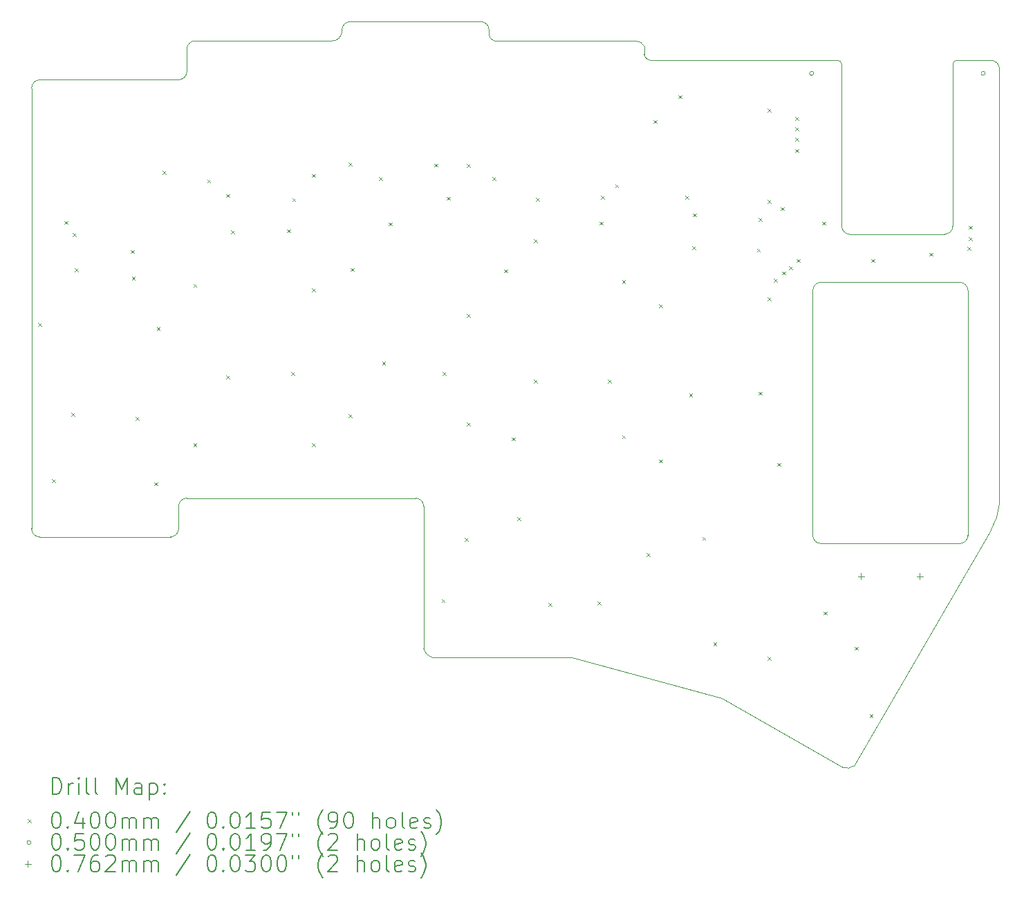
<source format=gbr>
%TF.GenerationSoftware,KiCad,Pcbnew,8.0.5*%
%TF.CreationDate,2024-10-10T02:33:34+03:00*%
%TF.ProjectId,1_3S,315f3353-2e6b-4696-9361-645f70636258,rev?*%
%TF.SameCoordinates,Original*%
%TF.FileFunction,Drillmap*%
%TF.FilePolarity,Positive*%
%FSLAX45Y45*%
G04 Gerber Fmt 4.5, Leading zero omitted, Abs format (unit mm)*
G04 Created by KiCad (PCBNEW 8.0.5) date 2024-10-10 02:33:34*
%MOMM*%
%LPD*%
G01*
G04 APERTURE LIST*
%ADD10C,0.120000*%
%ADD11C,0.200000*%
%ADD12C,0.100000*%
G04 APERTURE END LIST*
D10*
X21196300Y-5561605D02*
X20780000Y-5561605D01*
X11350000Y-5424098D02*
G75*
G02*
X11450000Y-5324100I100000J-2D01*
G01*
X21196301Y-5561598D02*
G75*
G02*
X21300004Y-5661598I-1J-103772D01*
G01*
X11250000Y-11298385D02*
G75*
G02*
X11150000Y-11398380I-99990J-5D01*
G01*
X11150000Y-11398385D02*
X9548000Y-11399098D01*
X17050805Y-5561893D02*
G75*
G02*
X16949997Y-5490001I-10505J91893D01*
G01*
X17898000Y-13370097D02*
X16060000Y-12874097D01*
X14150000Y-10924099D02*
G75*
G02*
X14250001Y-11024099I0J-100001D01*
G01*
X13250000Y-5191125D02*
G75*
G02*
X13350000Y-5087885I100180J3015D01*
G01*
X21300000Y-5661598D02*
X21300000Y-10998200D01*
X15164850Y-5325889D02*
X16850000Y-5325889D01*
X19520000Y-14201651D02*
G75*
G02*
X19379998Y-14220004I-84530J101651D01*
G01*
X14250000Y-12770000D02*
X14250000Y-11024099D01*
X19380000Y-14220000D02*
X17898000Y-13370097D01*
X16850000Y-5325889D02*
G75*
G02*
X16950002Y-5389999I3620J-104401D01*
G01*
X11450000Y-5324098D02*
X13116350Y-5324748D01*
X17050805Y-5561893D02*
X19320000Y-5561605D01*
X9448000Y-5904481D02*
G75*
G02*
X9553634Y-5799814I103560J1122D01*
G01*
X21196300Y-11315700D02*
X19520000Y-14201651D01*
X11250000Y-11024090D02*
G75*
G02*
X11350000Y-10924090I100010J-10D01*
G01*
X15164850Y-5325889D02*
G75*
G02*
X15049995Y-5251189I-20070J94789D01*
G01*
X9448000Y-11299098D02*
X9448000Y-5904481D01*
X14350000Y-12874071D02*
G75*
G02*
X14249999Y-12770000I40130J138641D01*
G01*
X13350000Y-5087879D02*
X14950000Y-5088169D01*
X11350000Y-5699095D02*
G75*
G02*
X11250000Y-5799090I-100000J5D01*
G01*
X16950000Y-5490000D02*
X16950000Y-5390000D01*
X11250000Y-11298385D02*
X11250000Y-11024090D01*
X14950000Y-5088169D02*
G75*
G02*
X15050001Y-5188336I-80J-100081D01*
G01*
X9548000Y-11399098D02*
G75*
G02*
X9448000Y-11299098I-1J99999D01*
G01*
X9553634Y-5799814D02*
X11250000Y-5799098D01*
X16060000Y-12874097D02*
X14350000Y-12874071D01*
X13250000Y-5191125D02*
G75*
G02*
X13116350Y-5324748I-122930J-10695D01*
G01*
X15050000Y-5188336D02*
X15050000Y-5251188D01*
X14150000Y-10924099D02*
X11350000Y-10924099D01*
X11350000Y-5699095D02*
X11350000Y-5424098D01*
X21300000Y-10998200D02*
G75*
G02*
X21196299Y-11315699I-726000J61440D01*
G01*
X19014400Y-11380600D02*
X19014400Y-8380600D01*
X19114400Y-8280600D02*
X20814400Y-8280600D01*
X20814400Y-11480600D02*
X19114400Y-11480600D01*
X20914400Y-8380600D02*
X20914400Y-11380600D01*
X19014400Y-8380600D02*
G75*
G02*
X19114400Y-8280600I100005J-5D01*
G01*
X19114400Y-11480600D02*
G75*
G02*
X19014400Y-11380600I2J100002D01*
G01*
X20814400Y-8280600D02*
G75*
G02*
X20914400Y-8380600I0J-100000D01*
G01*
X20914400Y-11380600D02*
G75*
G02*
X20814400Y-11480600I-99995J-5D01*
G01*
X19370000Y-5611605D02*
X19370000Y-7591605D01*
X19470000Y-7691605D02*
X20630000Y-7691605D01*
X20730000Y-7591605D02*
X20730000Y-5611605D01*
X19320000Y-5561605D02*
G75*
G02*
X19370000Y-5611605I0J-50000D01*
G01*
X19470000Y-7691605D02*
G75*
G02*
X19370000Y-7591605I0J100000D01*
G01*
X20730000Y-5611605D02*
G75*
G02*
X20780000Y-5561605I50000J0D01*
G01*
X20730000Y-7591605D02*
G75*
G02*
X20630000Y-7691605I-100000J0D01*
G01*
D11*
D12*
X9530000Y-8780000D02*
X9570000Y-8820000D01*
X9570000Y-8780000D02*
X9530000Y-8820000D01*
X9700000Y-10690000D02*
X9740000Y-10730000D01*
X9740000Y-10690000D02*
X9700000Y-10730000D01*
X9847900Y-7528200D02*
X9887900Y-7568200D01*
X9887900Y-7528200D02*
X9847900Y-7568200D01*
X9936800Y-9877700D02*
X9976800Y-9917700D01*
X9976800Y-9877700D02*
X9936800Y-9917700D01*
X9950000Y-7680000D02*
X9990000Y-7720000D01*
X9990000Y-7680000D02*
X9950000Y-7720000D01*
X9980000Y-8110000D02*
X10020000Y-8150000D01*
X10020000Y-8110000D02*
X9980000Y-8150000D01*
X10660700Y-7883800D02*
X10700700Y-7923800D01*
X10700700Y-7883800D02*
X10660700Y-7923800D01*
X10675600Y-8211800D02*
X10715600Y-8251800D01*
X10715600Y-8211800D02*
X10675600Y-8251800D01*
X10724200Y-9928500D02*
X10764200Y-9968500D01*
X10764200Y-9928500D02*
X10724200Y-9968500D01*
X10952800Y-10729097D02*
X10992800Y-10769097D01*
X10992800Y-10729097D02*
X10952800Y-10769097D01*
X10980000Y-8829097D02*
X11020000Y-8869097D01*
X11020000Y-8829097D02*
X10980000Y-8869097D01*
X11054400Y-6914200D02*
X11094400Y-6954200D01*
X11094400Y-6914200D02*
X11054400Y-6954200D01*
X11430000Y-8300000D02*
X11470000Y-8340000D01*
X11470000Y-8300000D02*
X11430000Y-8340000D01*
X11430000Y-10250000D02*
X11470000Y-10290000D01*
X11470000Y-10250000D02*
X11430000Y-10290000D01*
X11600000Y-7020000D02*
X11640000Y-7060000D01*
X11640000Y-7020000D02*
X11600000Y-7060000D01*
X11830000Y-7200000D02*
X11870000Y-7240000D01*
X11870000Y-7200000D02*
X11830000Y-7240000D01*
X11830000Y-9420000D02*
X11870000Y-9460000D01*
X11870000Y-9420000D02*
X11830000Y-9460000D01*
X11892600Y-7645900D02*
X11932600Y-7685900D01*
X11932600Y-7645900D02*
X11892600Y-7685900D01*
X12580000Y-7630000D02*
X12620000Y-7670000D01*
X12620000Y-7630000D02*
X12580000Y-7670000D01*
X12630000Y-9380000D02*
X12670000Y-9420000D01*
X12670000Y-9380000D02*
X12630000Y-9420000D01*
X12640000Y-7250000D02*
X12680000Y-7290000D01*
X12680000Y-7250000D02*
X12640000Y-7290000D01*
X12880000Y-6954097D02*
X12920000Y-6994097D01*
X12920000Y-6954097D02*
X12880000Y-6994097D01*
X12880000Y-8354097D02*
X12920000Y-8394097D01*
X12920000Y-8354097D02*
X12880000Y-8394097D01*
X12880000Y-10254097D02*
X12920000Y-10294097D01*
X12920000Y-10254097D02*
X12880000Y-10294097D01*
X13330000Y-6816597D02*
X13370000Y-6856597D01*
X13370000Y-6816597D02*
X13330000Y-6856597D01*
X13330000Y-9895500D02*
X13370000Y-9935500D01*
X13370000Y-9895500D02*
X13330000Y-9935500D01*
X13353100Y-8104800D02*
X13393100Y-8144800D01*
X13393100Y-8104800D02*
X13353100Y-8144800D01*
X13700000Y-6990000D02*
X13740000Y-7030000D01*
X13740000Y-6990000D02*
X13700000Y-7030000D01*
X13740000Y-9250000D02*
X13780000Y-9290000D01*
X13780000Y-9250000D02*
X13740000Y-9290000D01*
X13820294Y-7546494D02*
X13860294Y-7586494D01*
X13860294Y-7546494D02*
X13820294Y-7586494D01*
X14381800Y-6825300D02*
X14421800Y-6865300D01*
X14421800Y-6825300D02*
X14381800Y-6865300D01*
X14470000Y-12160000D02*
X14510000Y-12200000D01*
X14510000Y-12160000D02*
X14470000Y-12200000D01*
X14483400Y-9378000D02*
X14523400Y-9418000D01*
X14523400Y-9378000D02*
X14483400Y-9418000D01*
X14534200Y-7231700D02*
X14574200Y-7271700D01*
X14574200Y-7231700D02*
X14534200Y-7271700D01*
X14750000Y-11410000D02*
X14790000Y-11450000D01*
X14790000Y-11410000D02*
X14750000Y-11450000D01*
X14780000Y-6830000D02*
X14820000Y-6870000D01*
X14820000Y-6830000D02*
X14780000Y-6870000D01*
X14780000Y-8666800D02*
X14820000Y-8706800D01*
X14820000Y-8666800D02*
X14780000Y-8706800D01*
X14780000Y-10000000D02*
X14820000Y-10040000D01*
X14820000Y-10000000D02*
X14780000Y-10040000D01*
X15090000Y-6990000D02*
X15130000Y-7030000D01*
X15130000Y-6990000D02*
X15090000Y-7030000D01*
X15232545Y-8122300D02*
X15272545Y-8162300D01*
X15272545Y-8122300D02*
X15232545Y-8162300D01*
X15330000Y-10180000D02*
X15370000Y-10220000D01*
X15370000Y-10180000D02*
X15330000Y-10220000D01*
X15397800Y-11156000D02*
X15437800Y-11196000D01*
X15437800Y-11156000D02*
X15397800Y-11196000D01*
X15600000Y-9470000D02*
X15640000Y-9510000D01*
X15640000Y-9470000D02*
X15600000Y-9510000D01*
X15601000Y-7752400D02*
X15641000Y-7792400D01*
X15641000Y-7752400D02*
X15601000Y-7792400D01*
X15626400Y-7244400D02*
X15666400Y-7284400D01*
X15666400Y-7244400D02*
X15626400Y-7284400D01*
X15780000Y-12204070D02*
X15820000Y-12244070D01*
X15820000Y-12204070D02*
X15780000Y-12244070D01*
X16380000Y-12190000D02*
X16420000Y-12230000D01*
X16420000Y-12190000D02*
X16380000Y-12230000D01*
X16401100Y-7536500D02*
X16441100Y-7576500D01*
X16441100Y-7536500D02*
X16401100Y-7576500D01*
X16422750Y-7222750D02*
X16462750Y-7262750D01*
X16462750Y-7222750D02*
X16422750Y-7262750D01*
X16506394Y-9470000D02*
X16546394Y-9510000D01*
X16546394Y-9470000D02*
X16506394Y-9510000D01*
X16595132Y-7079300D02*
X16635132Y-7119300D01*
X16635132Y-7079300D02*
X16595132Y-7119300D01*
X16680000Y-8254097D02*
X16720000Y-8294097D01*
X16720000Y-8254097D02*
X16680000Y-8294097D01*
X16680000Y-10154097D02*
X16720000Y-10194097D01*
X16720000Y-10154097D02*
X16680000Y-10194097D01*
X16980000Y-11600000D02*
X17020000Y-11640000D01*
X17020000Y-11600000D02*
X16980000Y-11640000D01*
X17061500Y-6291900D02*
X17101500Y-6331900D01*
X17101500Y-6291900D02*
X17061500Y-6331900D01*
X17130000Y-8550000D02*
X17170000Y-8590000D01*
X17170000Y-8550000D02*
X17130000Y-8590000D01*
X17130000Y-10450000D02*
X17170000Y-10490000D01*
X17170000Y-10450000D02*
X17130000Y-10490000D01*
X17366300Y-5987100D02*
X17406300Y-6027100D01*
X17406300Y-5987100D02*
X17366300Y-6027100D01*
X17455200Y-7219000D02*
X17495200Y-7259000D01*
X17495200Y-7219000D02*
X17455200Y-7259000D01*
X17500000Y-9640000D02*
X17540000Y-9680000D01*
X17540000Y-9640000D02*
X17500000Y-9680000D01*
X17540000Y-7840000D02*
X17580000Y-7880000D01*
X17580000Y-7840000D02*
X17540000Y-7880000D01*
X17544100Y-7434900D02*
X17584100Y-7474900D01*
X17584100Y-7434900D02*
X17544100Y-7474900D01*
X17660550Y-11399450D02*
X17700550Y-11439450D01*
X17700550Y-11399450D02*
X17660550Y-11439450D01*
X17797216Y-12691597D02*
X17837216Y-12731597D01*
X17837216Y-12691597D02*
X17797216Y-12731597D01*
X18329186Y-7866700D02*
X18369186Y-7906700D01*
X18369186Y-7866700D02*
X18329186Y-7906700D01*
X18350000Y-7490000D02*
X18390000Y-7530000D01*
X18390000Y-7490000D02*
X18350000Y-7530000D01*
X18350000Y-9620000D02*
X18390000Y-9660000D01*
X18390000Y-9620000D02*
X18350000Y-9660000D01*
X18458500Y-6152200D02*
X18498500Y-6192200D01*
X18498500Y-6152200D02*
X18458500Y-6192200D01*
X18458500Y-7269800D02*
X18498500Y-7309800D01*
X18498500Y-7269800D02*
X18458500Y-7309800D01*
X18458500Y-8463600D02*
X18498500Y-8503600D01*
X18498500Y-8463600D02*
X18458500Y-8503600D01*
X18460000Y-12870000D02*
X18500000Y-12910000D01*
X18500000Y-12870000D02*
X18460000Y-12910000D01*
X18534700Y-8235000D02*
X18574700Y-8275000D01*
X18574700Y-8235000D02*
X18534700Y-8275000D01*
X18580000Y-10491597D02*
X18620000Y-10531597D01*
X18620000Y-10491597D02*
X18580000Y-10531597D01*
X18623600Y-7358700D02*
X18663600Y-7398700D01*
X18663600Y-7358700D02*
X18623600Y-7398700D01*
X18636300Y-8146100D02*
X18676300Y-8186100D01*
X18676300Y-8146100D02*
X18636300Y-8186100D01*
X18725200Y-8082600D02*
X18765200Y-8122600D01*
X18765200Y-8082600D02*
X18725200Y-8122600D01*
X18801400Y-6253800D02*
X18841400Y-6293800D01*
X18841400Y-6253800D02*
X18801400Y-6293800D01*
X18801400Y-6380800D02*
X18841400Y-6420800D01*
X18841400Y-6380800D02*
X18801400Y-6420800D01*
X18801400Y-6510405D02*
X18841400Y-6550405D01*
X18841400Y-6510405D02*
X18801400Y-6550405D01*
X18801400Y-6647500D02*
X18841400Y-6687500D01*
X18841400Y-6647500D02*
X18801400Y-6687500D01*
X18814100Y-7993700D02*
X18854100Y-8033700D01*
X18854100Y-7993700D02*
X18814100Y-8033700D01*
X19131600Y-7536500D02*
X19171600Y-7576500D01*
X19171600Y-7536500D02*
X19131600Y-7576500D01*
X19144300Y-12311700D02*
X19184300Y-12351700D01*
X19184300Y-12311700D02*
X19144300Y-12351700D01*
X19525300Y-12743500D02*
X19565300Y-12783500D01*
X19565300Y-12743500D02*
X19525300Y-12783500D01*
X19710000Y-13570000D02*
X19750000Y-13610000D01*
X19750000Y-13570000D02*
X19710000Y-13610000D01*
X19728500Y-7993700D02*
X19768500Y-8033700D01*
X19768500Y-7993700D02*
X19728500Y-8033700D01*
X20439700Y-7917500D02*
X20479700Y-7957500D01*
X20479700Y-7917500D02*
X20439700Y-7957500D01*
X20909600Y-7847000D02*
X20949600Y-7887000D01*
X20949600Y-7847000D02*
X20909600Y-7887000D01*
X20922300Y-7587300D02*
X20962300Y-7627300D01*
X20962300Y-7587300D02*
X20922300Y-7627300D01*
X20922300Y-7727000D02*
X20962300Y-7767000D01*
X20962300Y-7727000D02*
X20922300Y-7767000D01*
X19025000Y-5721605D02*
G75*
G02*
X18975000Y-5721605I-25000J0D01*
G01*
X18975000Y-5721605D02*
G75*
G02*
X19025000Y-5721605I25000J0D01*
G01*
X21125000Y-5721605D02*
G75*
G02*
X21075000Y-5721605I-25000J0D01*
G01*
X21075000Y-5721605D02*
G75*
G02*
X21125000Y-5721605I25000J0D01*
G01*
X19604400Y-11842500D02*
X19604400Y-11918700D01*
X19566300Y-11880600D02*
X19642500Y-11880600D01*
X20324400Y-11842500D02*
X20324400Y-11918700D01*
X20286300Y-11880600D02*
X20362500Y-11880600D01*
D11*
X9702771Y-14549689D02*
X9702771Y-14349689D01*
X9702771Y-14349689D02*
X9750390Y-14349689D01*
X9750390Y-14349689D02*
X9778961Y-14359213D01*
X9778961Y-14359213D02*
X9798009Y-14378260D01*
X9798009Y-14378260D02*
X9807533Y-14397308D01*
X9807533Y-14397308D02*
X9817057Y-14435403D01*
X9817057Y-14435403D02*
X9817057Y-14463975D01*
X9817057Y-14463975D02*
X9807533Y-14502070D01*
X9807533Y-14502070D02*
X9798009Y-14521117D01*
X9798009Y-14521117D02*
X9778961Y-14540165D01*
X9778961Y-14540165D02*
X9750390Y-14549689D01*
X9750390Y-14549689D02*
X9702771Y-14549689D01*
X9902771Y-14549689D02*
X9902771Y-14416356D01*
X9902771Y-14454451D02*
X9912295Y-14435403D01*
X9912295Y-14435403D02*
X9921818Y-14425879D01*
X9921818Y-14425879D02*
X9940866Y-14416356D01*
X9940866Y-14416356D02*
X9959914Y-14416356D01*
X10026580Y-14549689D02*
X10026580Y-14416356D01*
X10026580Y-14349689D02*
X10017057Y-14359213D01*
X10017057Y-14359213D02*
X10026580Y-14368737D01*
X10026580Y-14368737D02*
X10036104Y-14359213D01*
X10036104Y-14359213D02*
X10026580Y-14349689D01*
X10026580Y-14349689D02*
X10026580Y-14368737D01*
X10150390Y-14549689D02*
X10131342Y-14540165D01*
X10131342Y-14540165D02*
X10121818Y-14521117D01*
X10121818Y-14521117D02*
X10121818Y-14349689D01*
X10255152Y-14549689D02*
X10236104Y-14540165D01*
X10236104Y-14540165D02*
X10226580Y-14521117D01*
X10226580Y-14521117D02*
X10226580Y-14349689D01*
X10483723Y-14549689D02*
X10483723Y-14349689D01*
X10483723Y-14349689D02*
X10550390Y-14492546D01*
X10550390Y-14492546D02*
X10617057Y-14349689D01*
X10617057Y-14349689D02*
X10617057Y-14549689D01*
X10798009Y-14549689D02*
X10798009Y-14444927D01*
X10798009Y-14444927D02*
X10788485Y-14425879D01*
X10788485Y-14425879D02*
X10769438Y-14416356D01*
X10769438Y-14416356D02*
X10731342Y-14416356D01*
X10731342Y-14416356D02*
X10712295Y-14425879D01*
X10798009Y-14540165D02*
X10778961Y-14549689D01*
X10778961Y-14549689D02*
X10731342Y-14549689D01*
X10731342Y-14549689D02*
X10712295Y-14540165D01*
X10712295Y-14540165D02*
X10702771Y-14521117D01*
X10702771Y-14521117D02*
X10702771Y-14502070D01*
X10702771Y-14502070D02*
X10712295Y-14483022D01*
X10712295Y-14483022D02*
X10731342Y-14473498D01*
X10731342Y-14473498D02*
X10778961Y-14473498D01*
X10778961Y-14473498D02*
X10798009Y-14463975D01*
X10893247Y-14416356D02*
X10893247Y-14616356D01*
X10893247Y-14425879D02*
X10912295Y-14416356D01*
X10912295Y-14416356D02*
X10950390Y-14416356D01*
X10950390Y-14416356D02*
X10969438Y-14425879D01*
X10969438Y-14425879D02*
X10978961Y-14435403D01*
X10978961Y-14435403D02*
X10988485Y-14454451D01*
X10988485Y-14454451D02*
X10988485Y-14511594D01*
X10988485Y-14511594D02*
X10978961Y-14530641D01*
X10978961Y-14530641D02*
X10969438Y-14540165D01*
X10969438Y-14540165D02*
X10950390Y-14549689D01*
X10950390Y-14549689D02*
X10912295Y-14549689D01*
X10912295Y-14549689D02*
X10893247Y-14540165D01*
X11074199Y-14530641D02*
X11083723Y-14540165D01*
X11083723Y-14540165D02*
X11074199Y-14549689D01*
X11074199Y-14549689D02*
X11064676Y-14540165D01*
X11064676Y-14540165D02*
X11074199Y-14530641D01*
X11074199Y-14530641D02*
X11074199Y-14549689D01*
X11074199Y-14425879D02*
X11083723Y-14435403D01*
X11083723Y-14435403D02*
X11074199Y-14444927D01*
X11074199Y-14444927D02*
X11064676Y-14435403D01*
X11064676Y-14435403D02*
X11074199Y-14425879D01*
X11074199Y-14425879D02*
X11074199Y-14444927D01*
D12*
X9401994Y-14858205D02*
X9441994Y-14898205D01*
X9441994Y-14858205D02*
X9401994Y-14898205D01*
D11*
X9740866Y-14769689D02*
X9759914Y-14769689D01*
X9759914Y-14769689D02*
X9778961Y-14779213D01*
X9778961Y-14779213D02*
X9788485Y-14788737D01*
X9788485Y-14788737D02*
X9798009Y-14807784D01*
X9798009Y-14807784D02*
X9807533Y-14845879D01*
X9807533Y-14845879D02*
X9807533Y-14893498D01*
X9807533Y-14893498D02*
X9798009Y-14931594D01*
X9798009Y-14931594D02*
X9788485Y-14950641D01*
X9788485Y-14950641D02*
X9778961Y-14960165D01*
X9778961Y-14960165D02*
X9759914Y-14969689D01*
X9759914Y-14969689D02*
X9740866Y-14969689D01*
X9740866Y-14969689D02*
X9721818Y-14960165D01*
X9721818Y-14960165D02*
X9712295Y-14950641D01*
X9712295Y-14950641D02*
X9702771Y-14931594D01*
X9702771Y-14931594D02*
X9693247Y-14893498D01*
X9693247Y-14893498D02*
X9693247Y-14845879D01*
X9693247Y-14845879D02*
X9702771Y-14807784D01*
X9702771Y-14807784D02*
X9712295Y-14788737D01*
X9712295Y-14788737D02*
X9721818Y-14779213D01*
X9721818Y-14779213D02*
X9740866Y-14769689D01*
X9893247Y-14950641D02*
X9902771Y-14960165D01*
X9902771Y-14960165D02*
X9893247Y-14969689D01*
X9893247Y-14969689D02*
X9883723Y-14960165D01*
X9883723Y-14960165D02*
X9893247Y-14950641D01*
X9893247Y-14950641D02*
X9893247Y-14969689D01*
X10074199Y-14836356D02*
X10074199Y-14969689D01*
X10026580Y-14760165D02*
X9978961Y-14903022D01*
X9978961Y-14903022D02*
X10102771Y-14903022D01*
X10217057Y-14769689D02*
X10236104Y-14769689D01*
X10236104Y-14769689D02*
X10255152Y-14779213D01*
X10255152Y-14779213D02*
X10264676Y-14788737D01*
X10264676Y-14788737D02*
X10274199Y-14807784D01*
X10274199Y-14807784D02*
X10283723Y-14845879D01*
X10283723Y-14845879D02*
X10283723Y-14893498D01*
X10283723Y-14893498D02*
X10274199Y-14931594D01*
X10274199Y-14931594D02*
X10264676Y-14950641D01*
X10264676Y-14950641D02*
X10255152Y-14960165D01*
X10255152Y-14960165D02*
X10236104Y-14969689D01*
X10236104Y-14969689D02*
X10217057Y-14969689D01*
X10217057Y-14969689D02*
X10198009Y-14960165D01*
X10198009Y-14960165D02*
X10188485Y-14950641D01*
X10188485Y-14950641D02*
X10178961Y-14931594D01*
X10178961Y-14931594D02*
X10169438Y-14893498D01*
X10169438Y-14893498D02*
X10169438Y-14845879D01*
X10169438Y-14845879D02*
X10178961Y-14807784D01*
X10178961Y-14807784D02*
X10188485Y-14788737D01*
X10188485Y-14788737D02*
X10198009Y-14779213D01*
X10198009Y-14779213D02*
X10217057Y-14769689D01*
X10407533Y-14769689D02*
X10426580Y-14769689D01*
X10426580Y-14769689D02*
X10445628Y-14779213D01*
X10445628Y-14779213D02*
X10455152Y-14788737D01*
X10455152Y-14788737D02*
X10464676Y-14807784D01*
X10464676Y-14807784D02*
X10474199Y-14845879D01*
X10474199Y-14845879D02*
X10474199Y-14893498D01*
X10474199Y-14893498D02*
X10464676Y-14931594D01*
X10464676Y-14931594D02*
X10455152Y-14950641D01*
X10455152Y-14950641D02*
X10445628Y-14960165D01*
X10445628Y-14960165D02*
X10426580Y-14969689D01*
X10426580Y-14969689D02*
X10407533Y-14969689D01*
X10407533Y-14969689D02*
X10388485Y-14960165D01*
X10388485Y-14960165D02*
X10378961Y-14950641D01*
X10378961Y-14950641D02*
X10369438Y-14931594D01*
X10369438Y-14931594D02*
X10359914Y-14893498D01*
X10359914Y-14893498D02*
X10359914Y-14845879D01*
X10359914Y-14845879D02*
X10369438Y-14807784D01*
X10369438Y-14807784D02*
X10378961Y-14788737D01*
X10378961Y-14788737D02*
X10388485Y-14779213D01*
X10388485Y-14779213D02*
X10407533Y-14769689D01*
X10559914Y-14969689D02*
X10559914Y-14836356D01*
X10559914Y-14855403D02*
X10569438Y-14845879D01*
X10569438Y-14845879D02*
X10588485Y-14836356D01*
X10588485Y-14836356D02*
X10617057Y-14836356D01*
X10617057Y-14836356D02*
X10636104Y-14845879D01*
X10636104Y-14845879D02*
X10645628Y-14864927D01*
X10645628Y-14864927D02*
X10645628Y-14969689D01*
X10645628Y-14864927D02*
X10655152Y-14845879D01*
X10655152Y-14845879D02*
X10674199Y-14836356D01*
X10674199Y-14836356D02*
X10702771Y-14836356D01*
X10702771Y-14836356D02*
X10721819Y-14845879D01*
X10721819Y-14845879D02*
X10731342Y-14864927D01*
X10731342Y-14864927D02*
X10731342Y-14969689D01*
X10826580Y-14969689D02*
X10826580Y-14836356D01*
X10826580Y-14855403D02*
X10836104Y-14845879D01*
X10836104Y-14845879D02*
X10855152Y-14836356D01*
X10855152Y-14836356D02*
X10883723Y-14836356D01*
X10883723Y-14836356D02*
X10902771Y-14845879D01*
X10902771Y-14845879D02*
X10912295Y-14864927D01*
X10912295Y-14864927D02*
X10912295Y-14969689D01*
X10912295Y-14864927D02*
X10921819Y-14845879D01*
X10921819Y-14845879D02*
X10940866Y-14836356D01*
X10940866Y-14836356D02*
X10969438Y-14836356D01*
X10969438Y-14836356D02*
X10988485Y-14845879D01*
X10988485Y-14845879D02*
X10998009Y-14864927D01*
X10998009Y-14864927D02*
X10998009Y-14969689D01*
X11388485Y-14760165D02*
X11217057Y-15017308D01*
X11645628Y-14769689D02*
X11664676Y-14769689D01*
X11664676Y-14769689D02*
X11683723Y-14779213D01*
X11683723Y-14779213D02*
X11693247Y-14788737D01*
X11693247Y-14788737D02*
X11702771Y-14807784D01*
X11702771Y-14807784D02*
X11712295Y-14845879D01*
X11712295Y-14845879D02*
X11712295Y-14893498D01*
X11712295Y-14893498D02*
X11702771Y-14931594D01*
X11702771Y-14931594D02*
X11693247Y-14950641D01*
X11693247Y-14950641D02*
X11683723Y-14960165D01*
X11683723Y-14960165D02*
X11664676Y-14969689D01*
X11664676Y-14969689D02*
X11645628Y-14969689D01*
X11645628Y-14969689D02*
X11626580Y-14960165D01*
X11626580Y-14960165D02*
X11617057Y-14950641D01*
X11617057Y-14950641D02*
X11607533Y-14931594D01*
X11607533Y-14931594D02*
X11598009Y-14893498D01*
X11598009Y-14893498D02*
X11598009Y-14845879D01*
X11598009Y-14845879D02*
X11607533Y-14807784D01*
X11607533Y-14807784D02*
X11617057Y-14788737D01*
X11617057Y-14788737D02*
X11626580Y-14779213D01*
X11626580Y-14779213D02*
X11645628Y-14769689D01*
X11798009Y-14950641D02*
X11807533Y-14960165D01*
X11807533Y-14960165D02*
X11798009Y-14969689D01*
X11798009Y-14969689D02*
X11788485Y-14960165D01*
X11788485Y-14960165D02*
X11798009Y-14950641D01*
X11798009Y-14950641D02*
X11798009Y-14969689D01*
X11931342Y-14769689D02*
X11950390Y-14769689D01*
X11950390Y-14769689D02*
X11969438Y-14779213D01*
X11969438Y-14779213D02*
X11978961Y-14788737D01*
X11978961Y-14788737D02*
X11988485Y-14807784D01*
X11988485Y-14807784D02*
X11998009Y-14845879D01*
X11998009Y-14845879D02*
X11998009Y-14893498D01*
X11998009Y-14893498D02*
X11988485Y-14931594D01*
X11988485Y-14931594D02*
X11978961Y-14950641D01*
X11978961Y-14950641D02*
X11969438Y-14960165D01*
X11969438Y-14960165D02*
X11950390Y-14969689D01*
X11950390Y-14969689D02*
X11931342Y-14969689D01*
X11931342Y-14969689D02*
X11912295Y-14960165D01*
X11912295Y-14960165D02*
X11902771Y-14950641D01*
X11902771Y-14950641D02*
X11893247Y-14931594D01*
X11893247Y-14931594D02*
X11883723Y-14893498D01*
X11883723Y-14893498D02*
X11883723Y-14845879D01*
X11883723Y-14845879D02*
X11893247Y-14807784D01*
X11893247Y-14807784D02*
X11902771Y-14788737D01*
X11902771Y-14788737D02*
X11912295Y-14779213D01*
X11912295Y-14779213D02*
X11931342Y-14769689D01*
X12188485Y-14969689D02*
X12074200Y-14969689D01*
X12131342Y-14969689D02*
X12131342Y-14769689D01*
X12131342Y-14769689D02*
X12112295Y-14798260D01*
X12112295Y-14798260D02*
X12093247Y-14817308D01*
X12093247Y-14817308D02*
X12074200Y-14826832D01*
X12369438Y-14769689D02*
X12274200Y-14769689D01*
X12274200Y-14769689D02*
X12264676Y-14864927D01*
X12264676Y-14864927D02*
X12274200Y-14855403D01*
X12274200Y-14855403D02*
X12293247Y-14845879D01*
X12293247Y-14845879D02*
X12340866Y-14845879D01*
X12340866Y-14845879D02*
X12359914Y-14855403D01*
X12359914Y-14855403D02*
X12369438Y-14864927D01*
X12369438Y-14864927D02*
X12378961Y-14883975D01*
X12378961Y-14883975D02*
X12378961Y-14931594D01*
X12378961Y-14931594D02*
X12369438Y-14950641D01*
X12369438Y-14950641D02*
X12359914Y-14960165D01*
X12359914Y-14960165D02*
X12340866Y-14969689D01*
X12340866Y-14969689D02*
X12293247Y-14969689D01*
X12293247Y-14969689D02*
X12274200Y-14960165D01*
X12274200Y-14960165D02*
X12264676Y-14950641D01*
X12445628Y-14769689D02*
X12578961Y-14769689D01*
X12578961Y-14769689D02*
X12493247Y-14969689D01*
X12645628Y-14769689D02*
X12645628Y-14807784D01*
X12721819Y-14769689D02*
X12721819Y-14807784D01*
X13017057Y-15045879D02*
X13007533Y-15036356D01*
X13007533Y-15036356D02*
X12988485Y-15007784D01*
X12988485Y-15007784D02*
X12978962Y-14988737D01*
X12978962Y-14988737D02*
X12969438Y-14960165D01*
X12969438Y-14960165D02*
X12959914Y-14912546D01*
X12959914Y-14912546D02*
X12959914Y-14874451D01*
X12959914Y-14874451D02*
X12969438Y-14826832D01*
X12969438Y-14826832D02*
X12978962Y-14798260D01*
X12978962Y-14798260D02*
X12988485Y-14779213D01*
X12988485Y-14779213D02*
X13007533Y-14750641D01*
X13007533Y-14750641D02*
X13017057Y-14741117D01*
X13102771Y-14969689D02*
X13140866Y-14969689D01*
X13140866Y-14969689D02*
X13159914Y-14960165D01*
X13159914Y-14960165D02*
X13169438Y-14950641D01*
X13169438Y-14950641D02*
X13188485Y-14922070D01*
X13188485Y-14922070D02*
X13198009Y-14883975D01*
X13198009Y-14883975D02*
X13198009Y-14807784D01*
X13198009Y-14807784D02*
X13188485Y-14788737D01*
X13188485Y-14788737D02*
X13178962Y-14779213D01*
X13178962Y-14779213D02*
X13159914Y-14769689D01*
X13159914Y-14769689D02*
X13121819Y-14769689D01*
X13121819Y-14769689D02*
X13102771Y-14779213D01*
X13102771Y-14779213D02*
X13093247Y-14788737D01*
X13093247Y-14788737D02*
X13083723Y-14807784D01*
X13083723Y-14807784D02*
X13083723Y-14855403D01*
X13083723Y-14855403D02*
X13093247Y-14874451D01*
X13093247Y-14874451D02*
X13102771Y-14883975D01*
X13102771Y-14883975D02*
X13121819Y-14893498D01*
X13121819Y-14893498D02*
X13159914Y-14893498D01*
X13159914Y-14893498D02*
X13178962Y-14883975D01*
X13178962Y-14883975D02*
X13188485Y-14874451D01*
X13188485Y-14874451D02*
X13198009Y-14855403D01*
X13321819Y-14769689D02*
X13340866Y-14769689D01*
X13340866Y-14769689D02*
X13359914Y-14779213D01*
X13359914Y-14779213D02*
X13369438Y-14788737D01*
X13369438Y-14788737D02*
X13378962Y-14807784D01*
X13378962Y-14807784D02*
X13388485Y-14845879D01*
X13388485Y-14845879D02*
X13388485Y-14893498D01*
X13388485Y-14893498D02*
X13378962Y-14931594D01*
X13378962Y-14931594D02*
X13369438Y-14950641D01*
X13369438Y-14950641D02*
X13359914Y-14960165D01*
X13359914Y-14960165D02*
X13340866Y-14969689D01*
X13340866Y-14969689D02*
X13321819Y-14969689D01*
X13321819Y-14969689D02*
X13302771Y-14960165D01*
X13302771Y-14960165D02*
X13293247Y-14950641D01*
X13293247Y-14950641D02*
X13283723Y-14931594D01*
X13283723Y-14931594D02*
X13274200Y-14893498D01*
X13274200Y-14893498D02*
X13274200Y-14845879D01*
X13274200Y-14845879D02*
X13283723Y-14807784D01*
X13283723Y-14807784D02*
X13293247Y-14788737D01*
X13293247Y-14788737D02*
X13302771Y-14779213D01*
X13302771Y-14779213D02*
X13321819Y-14769689D01*
X13626581Y-14969689D02*
X13626581Y-14769689D01*
X13712295Y-14969689D02*
X13712295Y-14864927D01*
X13712295Y-14864927D02*
X13702771Y-14845879D01*
X13702771Y-14845879D02*
X13683724Y-14836356D01*
X13683724Y-14836356D02*
X13655152Y-14836356D01*
X13655152Y-14836356D02*
X13636104Y-14845879D01*
X13636104Y-14845879D02*
X13626581Y-14855403D01*
X13836104Y-14969689D02*
X13817057Y-14960165D01*
X13817057Y-14960165D02*
X13807533Y-14950641D01*
X13807533Y-14950641D02*
X13798009Y-14931594D01*
X13798009Y-14931594D02*
X13798009Y-14874451D01*
X13798009Y-14874451D02*
X13807533Y-14855403D01*
X13807533Y-14855403D02*
X13817057Y-14845879D01*
X13817057Y-14845879D02*
X13836104Y-14836356D01*
X13836104Y-14836356D02*
X13864676Y-14836356D01*
X13864676Y-14836356D02*
X13883724Y-14845879D01*
X13883724Y-14845879D02*
X13893247Y-14855403D01*
X13893247Y-14855403D02*
X13902771Y-14874451D01*
X13902771Y-14874451D02*
X13902771Y-14931594D01*
X13902771Y-14931594D02*
X13893247Y-14950641D01*
X13893247Y-14950641D02*
X13883724Y-14960165D01*
X13883724Y-14960165D02*
X13864676Y-14969689D01*
X13864676Y-14969689D02*
X13836104Y-14969689D01*
X14017057Y-14969689D02*
X13998009Y-14960165D01*
X13998009Y-14960165D02*
X13988485Y-14941117D01*
X13988485Y-14941117D02*
X13988485Y-14769689D01*
X14169438Y-14960165D02*
X14150390Y-14969689D01*
X14150390Y-14969689D02*
X14112295Y-14969689D01*
X14112295Y-14969689D02*
X14093247Y-14960165D01*
X14093247Y-14960165D02*
X14083724Y-14941117D01*
X14083724Y-14941117D02*
X14083724Y-14864927D01*
X14083724Y-14864927D02*
X14093247Y-14845879D01*
X14093247Y-14845879D02*
X14112295Y-14836356D01*
X14112295Y-14836356D02*
X14150390Y-14836356D01*
X14150390Y-14836356D02*
X14169438Y-14845879D01*
X14169438Y-14845879D02*
X14178962Y-14864927D01*
X14178962Y-14864927D02*
X14178962Y-14883975D01*
X14178962Y-14883975D02*
X14083724Y-14903022D01*
X14255152Y-14960165D02*
X14274200Y-14969689D01*
X14274200Y-14969689D02*
X14312295Y-14969689D01*
X14312295Y-14969689D02*
X14331343Y-14960165D01*
X14331343Y-14960165D02*
X14340866Y-14941117D01*
X14340866Y-14941117D02*
X14340866Y-14931594D01*
X14340866Y-14931594D02*
X14331343Y-14912546D01*
X14331343Y-14912546D02*
X14312295Y-14903022D01*
X14312295Y-14903022D02*
X14283724Y-14903022D01*
X14283724Y-14903022D02*
X14264676Y-14893498D01*
X14264676Y-14893498D02*
X14255152Y-14874451D01*
X14255152Y-14874451D02*
X14255152Y-14864927D01*
X14255152Y-14864927D02*
X14264676Y-14845879D01*
X14264676Y-14845879D02*
X14283724Y-14836356D01*
X14283724Y-14836356D02*
X14312295Y-14836356D01*
X14312295Y-14836356D02*
X14331343Y-14845879D01*
X14407533Y-15045879D02*
X14417057Y-15036356D01*
X14417057Y-15036356D02*
X14436105Y-15007784D01*
X14436105Y-15007784D02*
X14445628Y-14988737D01*
X14445628Y-14988737D02*
X14455152Y-14960165D01*
X14455152Y-14960165D02*
X14464676Y-14912546D01*
X14464676Y-14912546D02*
X14464676Y-14874451D01*
X14464676Y-14874451D02*
X14455152Y-14826832D01*
X14455152Y-14826832D02*
X14445628Y-14798260D01*
X14445628Y-14798260D02*
X14436105Y-14779213D01*
X14436105Y-14779213D02*
X14417057Y-14750641D01*
X14417057Y-14750641D02*
X14407533Y-14741117D01*
D12*
X9441994Y-15142205D02*
G75*
G02*
X9391994Y-15142205I-25000J0D01*
G01*
X9391994Y-15142205D02*
G75*
G02*
X9441994Y-15142205I25000J0D01*
G01*
D11*
X9740866Y-15033689D02*
X9759914Y-15033689D01*
X9759914Y-15033689D02*
X9778961Y-15043213D01*
X9778961Y-15043213D02*
X9788485Y-15052737D01*
X9788485Y-15052737D02*
X9798009Y-15071784D01*
X9798009Y-15071784D02*
X9807533Y-15109879D01*
X9807533Y-15109879D02*
X9807533Y-15157498D01*
X9807533Y-15157498D02*
X9798009Y-15195594D01*
X9798009Y-15195594D02*
X9788485Y-15214641D01*
X9788485Y-15214641D02*
X9778961Y-15224165D01*
X9778961Y-15224165D02*
X9759914Y-15233689D01*
X9759914Y-15233689D02*
X9740866Y-15233689D01*
X9740866Y-15233689D02*
X9721818Y-15224165D01*
X9721818Y-15224165D02*
X9712295Y-15214641D01*
X9712295Y-15214641D02*
X9702771Y-15195594D01*
X9702771Y-15195594D02*
X9693247Y-15157498D01*
X9693247Y-15157498D02*
X9693247Y-15109879D01*
X9693247Y-15109879D02*
X9702771Y-15071784D01*
X9702771Y-15071784D02*
X9712295Y-15052737D01*
X9712295Y-15052737D02*
X9721818Y-15043213D01*
X9721818Y-15043213D02*
X9740866Y-15033689D01*
X9893247Y-15214641D02*
X9902771Y-15224165D01*
X9902771Y-15224165D02*
X9893247Y-15233689D01*
X9893247Y-15233689D02*
X9883723Y-15224165D01*
X9883723Y-15224165D02*
X9893247Y-15214641D01*
X9893247Y-15214641D02*
X9893247Y-15233689D01*
X10083723Y-15033689D02*
X9988485Y-15033689D01*
X9988485Y-15033689D02*
X9978961Y-15128927D01*
X9978961Y-15128927D02*
X9988485Y-15119403D01*
X9988485Y-15119403D02*
X10007533Y-15109879D01*
X10007533Y-15109879D02*
X10055152Y-15109879D01*
X10055152Y-15109879D02*
X10074199Y-15119403D01*
X10074199Y-15119403D02*
X10083723Y-15128927D01*
X10083723Y-15128927D02*
X10093247Y-15147975D01*
X10093247Y-15147975D02*
X10093247Y-15195594D01*
X10093247Y-15195594D02*
X10083723Y-15214641D01*
X10083723Y-15214641D02*
X10074199Y-15224165D01*
X10074199Y-15224165D02*
X10055152Y-15233689D01*
X10055152Y-15233689D02*
X10007533Y-15233689D01*
X10007533Y-15233689D02*
X9988485Y-15224165D01*
X9988485Y-15224165D02*
X9978961Y-15214641D01*
X10217057Y-15033689D02*
X10236104Y-15033689D01*
X10236104Y-15033689D02*
X10255152Y-15043213D01*
X10255152Y-15043213D02*
X10264676Y-15052737D01*
X10264676Y-15052737D02*
X10274199Y-15071784D01*
X10274199Y-15071784D02*
X10283723Y-15109879D01*
X10283723Y-15109879D02*
X10283723Y-15157498D01*
X10283723Y-15157498D02*
X10274199Y-15195594D01*
X10274199Y-15195594D02*
X10264676Y-15214641D01*
X10264676Y-15214641D02*
X10255152Y-15224165D01*
X10255152Y-15224165D02*
X10236104Y-15233689D01*
X10236104Y-15233689D02*
X10217057Y-15233689D01*
X10217057Y-15233689D02*
X10198009Y-15224165D01*
X10198009Y-15224165D02*
X10188485Y-15214641D01*
X10188485Y-15214641D02*
X10178961Y-15195594D01*
X10178961Y-15195594D02*
X10169438Y-15157498D01*
X10169438Y-15157498D02*
X10169438Y-15109879D01*
X10169438Y-15109879D02*
X10178961Y-15071784D01*
X10178961Y-15071784D02*
X10188485Y-15052737D01*
X10188485Y-15052737D02*
X10198009Y-15043213D01*
X10198009Y-15043213D02*
X10217057Y-15033689D01*
X10407533Y-15033689D02*
X10426580Y-15033689D01*
X10426580Y-15033689D02*
X10445628Y-15043213D01*
X10445628Y-15043213D02*
X10455152Y-15052737D01*
X10455152Y-15052737D02*
X10464676Y-15071784D01*
X10464676Y-15071784D02*
X10474199Y-15109879D01*
X10474199Y-15109879D02*
X10474199Y-15157498D01*
X10474199Y-15157498D02*
X10464676Y-15195594D01*
X10464676Y-15195594D02*
X10455152Y-15214641D01*
X10455152Y-15214641D02*
X10445628Y-15224165D01*
X10445628Y-15224165D02*
X10426580Y-15233689D01*
X10426580Y-15233689D02*
X10407533Y-15233689D01*
X10407533Y-15233689D02*
X10388485Y-15224165D01*
X10388485Y-15224165D02*
X10378961Y-15214641D01*
X10378961Y-15214641D02*
X10369438Y-15195594D01*
X10369438Y-15195594D02*
X10359914Y-15157498D01*
X10359914Y-15157498D02*
X10359914Y-15109879D01*
X10359914Y-15109879D02*
X10369438Y-15071784D01*
X10369438Y-15071784D02*
X10378961Y-15052737D01*
X10378961Y-15052737D02*
X10388485Y-15043213D01*
X10388485Y-15043213D02*
X10407533Y-15033689D01*
X10559914Y-15233689D02*
X10559914Y-15100356D01*
X10559914Y-15119403D02*
X10569438Y-15109879D01*
X10569438Y-15109879D02*
X10588485Y-15100356D01*
X10588485Y-15100356D02*
X10617057Y-15100356D01*
X10617057Y-15100356D02*
X10636104Y-15109879D01*
X10636104Y-15109879D02*
X10645628Y-15128927D01*
X10645628Y-15128927D02*
X10645628Y-15233689D01*
X10645628Y-15128927D02*
X10655152Y-15109879D01*
X10655152Y-15109879D02*
X10674199Y-15100356D01*
X10674199Y-15100356D02*
X10702771Y-15100356D01*
X10702771Y-15100356D02*
X10721819Y-15109879D01*
X10721819Y-15109879D02*
X10731342Y-15128927D01*
X10731342Y-15128927D02*
X10731342Y-15233689D01*
X10826580Y-15233689D02*
X10826580Y-15100356D01*
X10826580Y-15119403D02*
X10836104Y-15109879D01*
X10836104Y-15109879D02*
X10855152Y-15100356D01*
X10855152Y-15100356D02*
X10883723Y-15100356D01*
X10883723Y-15100356D02*
X10902771Y-15109879D01*
X10902771Y-15109879D02*
X10912295Y-15128927D01*
X10912295Y-15128927D02*
X10912295Y-15233689D01*
X10912295Y-15128927D02*
X10921819Y-15109879D01*
X10921819Y-15109879D02*
X10940866Y-15100356D01*
X10940866Y-15100356D02*
X10969438Y-15100356D01*
X10969438Y-15100356D02*
X10988485Y-15109879D01*
X10988485Y-15109879D02*
X10998009Y-15128927D01*
X10998009Y-15128927D02*
X10998009Y-15233689D01*
X11388485Y-15024165D02*
X11217057Y-15281308D01*
X11645628Y-15033689D02*
X11664676Y-15033689D01*
X11664676Y-15033689D02*
X11683723Y-15043213D01*
X11683723Y-15043213D02*
X11693247Y-15052737D01*
X11693247Y-15052737D02*
X11702771Y-15071784D01*
X11702771Y-15071784D02*
X11712295Y-15109879D01*
X11712295Y-15109879D02*
X11712295Y-15157498D01*
X11712295Y-15157498D02*
X11702771Y-15195594D01*
X11702771Y-15195594D02*
X11693247Y-15214641D01*
X11693247Y-15214641D02*
X11683723Y-15224165D01*
X11683723Y-15224165D02*
X11664676Y-15233689D01*
X11664676Y-15233689D02*
X11645628Y-15233689D01*
X11645628Y-15233689D02*
X11626580Y-15224165D01*
X11626580Y-15224165D02*
X11617057Y-15214641D01*
X11617057Y-15214641D02*
X11607533Y-15195594D01*
X11607533Y-15195594D02*
X11598009Y-15157498D01*
X11598009Y-15157498D02*
X11598009Y-15109879D01*
X11598009Y-15109879D02*
X11607533Y-15071784D01*
X11607533Y-15071784D02*
X11617057Y-15052737D01*
X11617057Y-15052737D02*
X11626580Y-15043213D01*
X11626580Y-15043213D02*
X11645628Y-15033689D01*
X11798009Y-15214641D02*
X11807533Y-15224165D01*
X11807533Y-15224165D02*
X11798009Y-15233689D01*
X11798009Y-15233689D02*
X11788485Y-15224165D01*
X11788485Y-15224165D02*
X11798009Y-15214641D01*
X11798009Y-15214641D02*
X11798009Y-15233689D01*
X11931342Y-15033689D02*
X11950390Y-15033689D01*
X11950390Y-15033689D02*
X11969438Y-15043213D01*
X11969438Y-15043213D02*
X11978961Y-15052737D01*
X11978961Y-15052737D02*
X11988485Y-15071784D01*
X11988485Y-15071784D02*
X11998009Y-15109879D01*
X11998009Y-15109879D02*
X11998009Y-15157498D01*
X11998009Y-15157498D02*
X11988485Y-15195594D01*
X11988485Y-15195594D02*
X11978961Y-15214641D01*
X11978961Y-15214641D02*
X11969438Y-15224165D01*
X11969438Y-15224165D02*
X11950390Y-15233689D01*
X11950390Y-15233689D02*
X11931342Y-15233689D01*
X11931342Y-15233689D02*
X11912295Y-15224165D01*
X11912295Y-15224165D02*
X11902771Y-15214641D01*
X11902771Y-15214641D02*
X11893247Y-15195594D01*
X11893247Y-15195594D02*
X11883723Y-15157498D01*
X11883723Y-15157498D02*
X11883723Y-15109879D01*
X11883723Y-15109879D02*
X11893247Y-15071784D01*
X11893247Y-15071784D02*
X11902771Y-15052737D01*
X11902771Y-15052737D02*
X11912295Y-15043213D01*
X11912295Y-15043213D02*
X11931342Y-15033689D01*
X12188485Y-15233689D02*
X12074200Y-15233689D01*
X12131342Y-15233689D02*
X12131342Y-15033689D01*
X12131342Y-15033689D02*
X12112295Y-15062260D01*
X12112295Y-15062260D02*
X12093247Y-15081308D01*
X12093247Y-15081308D02*
X12074200Y-15090832D01*
X12283723Y-15233689D02*
X12321819Y-15233689D01*
X12321819Y-15233689D02*
X12340866Y-15224165D01*
X12340866Y-15224165D02*
X12350390Y-15214641D01*
X12350390Y-15214641D02*
X12369438Y-15186070D01*
X12369438Y-15186070D02*
X12378961Y-15147975D01*
X12378961Y-15147975D02*
X12378961Y-15071784D01*
X12378961Y-15071784D02*
X12369438Y-15052737D01*
X12369438Y-15052737D02*
X12359914Y-15043213D01*
X12359914Y-15043213D02*
X12340866Y-15033689D01*
X12340866Y-15033689D02*
X12302771Y-15033689D01*
X12302771Y-15033689D02*
X12283723Y-15043213D01*
X12283723Y-15043213D02*
X12274200Y-15052737D01*
X12274200Y-15052737D02*
X12264676Y-15071784D01*
X12264676Y-15071784D02*
X12264676Y-15119403D01*
X12264676Y-15119403D02*
X12274200Y-15138451D01*
X12274200Y-15138451D02*
X12283723Y-15147975D01*
X12283723Y-15147975D02*
X12302771Y-15157498D01*
X12302771Y-15157498D02*
X12340866Y-15157498D01*
X12340866Y-15157498D02*
X12359914Y-15147975D01*
X12359914Y-15147975D02*
X12369438Y-15138451D01*
X12369438Y-15138451D02*
X12378961Y-15119403D01*
X12445628Y-15033689D02*
X12578961Y-15033689D01*
X12578961Y-15033689D02*
X12493247Y-15233689D01*
X12645628Y-15033689D02*
X12645628Y-15071784D01*
X12721819Y-15033689D02*
X12721819Y-15071784D01*
X13017057Y-15309879D02*
X13007533Y-15300356D01*
X13007533Y-15300356D02*
X12988485Y-15271784D01*
X12988485Y-15271784D02*
X12978962Y-15252737D01*
X12978962Y-15252737D02*
X12969438Y-15224165D01*
X12969438Y-15224165D02*
X12959914Y-15176546D01*
X12959914Y-15176546D02*
X12959914Y-15138451D01*
X12959914Y-15138451D02*
X12969438Y-15090832D01*
X12969438Y-15090832D02*
X12978962Y-15062260D01*
X12978962Y-15062260D02*
X12988485Y-15043213D01*
X12988485Y-15043213D02*
X13007533Y-15014641D01*
X13007533Y-15014641D02*
X13017057Y-15005117D01*
X13083723Y-15052737D02*
X13093247Y-15043213D01*
X13093247Y-15043213D02*
X13112295Y-15033689D01*
X13112295Y-15033689D02*
X13159914Y-15033689D01*
X13159914Y-15033689D02*
X13178962Y-15043213D01*
X13178962Y-15043213D02*
X13188485Y-15052737D01*
X13188485Y-15052737D02*
X13198009Y-15071784D01*
X13198009Y-15071784D02*
X13198009Y-15090832D01*
X13198009Y-15090832D02*
X13188485Y-15119403D01*
X13188485Y-15119403D02*
X13074200Y-15233689D01*
X13074200Y-15233689D02*
X13198009Y-15233689D01*
X13436104Y-15233689D02*
X13436104Y-15033689D01*
X13521819Y-15233689D02*
X13521819Y-15128927D01*
X13521819Y-15128927D02*
X13512295Y-15109879D01*
X13512295Y-15109879D02*
X13493247Y-15100356D01*
X13493247Y-15100356D02*
X13464676Y-15100356D01*
X13464676Y-15100356D02*
X13445628Y-15109879D01*
X13445628Y-15109879D02*
X13436104Y-15119403D01*
X13645628Y-15233689D02*
X13626581Y-15224165D01*
X13626581Y-15224165D02*
X13617057Y-15214641D01*
X13617057Y-15214641D02*
X13607533Y-15195594D01*
X13607533Y-15195594D02*
X13607533Y-15138451D01*
X13607533Y-15138451D02*
X13617057Y-15119403D01*
X13617057Y-15119403D02*
X13626581Y-15109879D01*
X13626581Y-15109879D02*
X13645628Y-15100356D01*
X13645628Y-15100356D02*
X13674200Y-15100356D01*
X13674200Y-15100356D02*
X13693247Y-15109879D01*
X13693247Y-15109879D02*
X13702771Y-15119403D01*
X13702771Y-15119403D02*
X13712295Y-15138451D01*
X13712295Y-15138451D02*
X13712295Y-15195594D01*
X13712295Y-15195594D02*
X13702771Y-15214641D01*
X13702771Y-15214641D02*
X13693247Y-15224165D01*
X13693247Y-15224165D02*
X13674200Y-15233689D01*
X13674200Y-15233689D02*
X13645628Y-15233689D01*
X13826581Y-15233689D02*
X13807533Y-15224165D01*
X13807533Y-15224165D02*
X13798009Y-15205117D01*
X13798009Y-15205117D02*
X13798009Y-15033689D01*
X13978962Y-15224165D02*
X13959914Y-15233689D01*
X13959914Y-15233689D02*
X13921819Y-15233689D01*
X13921819Y-15233689D02*
X13902771Y-15224165D01*
X13902771Y-15224165D02*
X13893247Y-15205117D01*
X13893247Y-15205117D02*
X13893247Y-15128927D01*
X13893247Y-15128927D02*
X13902771Y-15109879D01*
X13902771Y-15109879D02*
X13921819Y-15100356D01*
X13921819Y-15100356D02*
X13959914Y-15100356D01*
X13959914Y-15100356D02*
X13978962Y-15109879D01*
X13978962Y-15109879D02*
X13988485Y-15128927D01*
X13988485Y-15128927D02*
X13988485Y-15147975D01*
X13988485Y-15147975D02*
X13893247Y-15167022D01*
X14064676Y-15224165D02*
X14083724Y-15233689D01*
X14083724Y-15233689D02*
X14121819Y-15233689D01*
X14121819Y-15233689D02*
X14140866Y-15224165D01*
X14140866Y-15224165D02*
X14150390Y-15205117D01*
X14150390Y-15205117D02*
X14150390Y-15195594D01*
X14150390Y-15195594D02*
X14140866Y-15176546D01*
X14140866Y-15176546D02*
X14121819Y-15167022D01*
X14121819Y-15167022D02*
X14093247Y-15167022D01*
X14093247Y-15167022D02*
X14074200Y-15157498D01*
X14074200Y-15157498D02*
X14064676Y-15138451D01*
X14064676Y-15138451D02*
X14064676Y-15128927D01*
X14064676Y-15128927D02*
X14074200Y-15109879D01*
X14074200Y-15109879D02*
X14093247Y-15100356D01*
X14093247Y-15100356D02*
X14121819Y-15100356D01*
X14121819Y-15100356D02*
X14140866Y-15109879D01*
X14217057Y-15309879D02*
X14226581Y-15300356D01*
X14226581Y-15300356D02*
X14245628Y-15271784D01*
X14245628Y-15271784D02*
X14255152Y-15252737D01*
X14255152Y-15252737D02*
X14264676Y-15224165D01*
X14264676Y-15224165D02*
X14274200Y-15176546D01*
X14274200Y-15176546D02*
X14274200Y-15138451D01*
X14274200Y-15138451D02*
X14264676Y-15090832D01*
X14264676Y-15090832D02*
X14255152Y-15062260D01*
X14255152Y-15062260D02*
X14245628Y-15043213D01*
X14245628Y-15043213D02*
X14226581Y-15014641D01*
X14226581Y-15014641D02*
X14217057Y-15005117D01*
D12*
X9403894Y-15368105D02*
X9403894Y-15444305D01*
X9365794Y-15406205D02*
X9441994Y-15406205D01*
D11*
X9740866Y-15297689D02*
X9759914Y-15297689D01*
X9759914Y-15297689D02*
X9778961Y-15307213D01*
X9778961Y-15307213D02*
X9788485Y-15316737D01*
X9788485Y-15316737D02*
X9798009Y-15335784D01*
X9798009Y-15335784D02*
X9807533Y-15373879D01*
X9807533Y-15373879D02*
X9807533Y-15421498D01*
X9807533Y-15421498D02*
X9798009Y-15459594D01*
X9798009Y-15459594D02*
X9788485Y-15478641D01*
X9788485Y-15478641D02*
X9778961Y-15488165D01*
X9778961Y-15488165D02*
X9759914Y-15497689D01*
X9759914Y-15497689D02*
X9740866Y-15497689D01*
X9740866Y-15497689D02*
X9721818Y-15488165D01*
X9721818Y-15488165D02*
X9712295Y-15478641D01*
X9712295Y-15478641D02*
X9702771Y-15459594D01*
X9702771Y-15459594D02*
X9693247Y-15421498D01*
X9693247Y-15421498D02*
X9693247Y-15373879D01*
X9693247Y-15373879D02*
X9702771Y-15335784D01*
X9702771Y-15335784D02*
X9712295Y-15316737D01*
X9712295Y-15316737D02*
X9721818Y-15307213D01*
X9721818Y-15307213D02*
X9740866Y-15297689D01*
X9893247Y-15478641D02*
X9902771Y-15488165D01*
X9902771Y-15488165D02*
X9893247Y-15497689D01*
X9893247Y-15497689D02*
X9883723Y-15488165D01*
X9883723Y-15488165D02*
X9893247Y-15478641D01*
X9893247Y-15478641D02*
X9893247Y-15497689D01*
X9969438Y-15297689D02*
X10102771Y-15297689D01*
X10102771Y-15297689D02*
X10017057Y-15497689D01*
X10264676Y-15297689D02*
X10226580Y-15297689D01*
X10226580Y-15297689D02*
X10207533Y-15307213D01*
X10207533Y-15307213D02*
X10198009Y-15316737D01*
X10198009Y-15316737D02*
X10178961Y-15345308D01*
X10178961Y-15345308D02*
X10169438Y-15383403D01*
X10169438Y-15383403D02*
X10169438Y-15459594D01*
X10169438Y-15459594D02*
X10178961Y-15478641D01*
X10178961Y-15478641D02*
X10188485Y-15488165D01*
X10188485Y-15488165D02*
X10207533Y-15497689D01*
X10207533Y-15497689D02*
X10245628Y-15497689D01*
X10245628Y-15497689D02*
X10264676Y-15488165D01*
X10264676Y-15488165D02*
X10274199Y-15478641D01*
X10274199Y-15478641D02*
X10283723Y-15459594D01*
X10283723Y-15459594D02*
X10283723Y-15411975D01*
X10283723Y-15411975D02*
X10274199Y-15392927D01*
X10274199Y-15392927D02*
X10264676Y-15383403D01*
X10264676Y-15383403D02*
X10245628Y-15373879D01*
X10245628Y-15373879D02*
X10207533Y-15373879D01*
X10207533Y-15373879D02*
X10188485Y-15383403D01*
X10188485Y-15383403D02*
X10178961Y-15392927D01*
X10178961Y-15392927D02*
X10169438Y-15411975D01*
X10359914Y-15316737D02*
X10369438Y-15307213D01*
X10369438Y-15307213D02*
X10388485Y-15297689D01*
X10388485Y-15297689D02*
X10436104Y-15297689D01*
X10436104Y-15297689D02*
X10455152Y-15307213D01*
X10455152Y-15307213D02*
X10464676Y-15316737D01*
X10464676Y-15316737D02*
X10474199Y-15335784D01*
X10474199Y-15335784D02*
X10474199Y-15354832D01*
X10474199Y-15354832D02*
X10464676Y-15383403D01*
X10464676Y-15383403D02*
X10350390Y-15497689D01*
X10350390Y-15497689D02*
X10474199Y-15497689D01*
X10559914Y-15497689D02*
X10559914Y-15364356D01*
X10559914Y-15383403D02*
X10569438Y-15373879D01*
X10569438Y-15373879D02*
X10588485Y-15364356D01*
X10588485Y-15364356D02*
X10617057Y-15364356D01*
X10617057Y-15364356D02*
X10636104Y-15373879D01*
X10636104Y-15373879D02*
X10645628Y-15392927D01*
X10645628Y-15392927D02*
X10645628Y-15497689D01*
X10645628Y-15392927D02*
X10655152Y-15373879D01*
X10655152Y-15373879D02*
X10674199Y-15364356D01*
X10674199Y-15364356D02*
X10702771Y-15364356D01*
X10702771Y-15364356D02*
X10721819Y-15373879D01*
X10721819Y-15373879D02*
X10731342Y-15392927D01*
X10731342Y-15392927D02*
X10731342Y-15497689D01*
X10826580Y-15497689D02*
X10826580Y-15364356D01*
X10826580Y-15383403D02*
X10836104Y-15373879D01*
X10836104Y-15373879D02*
X10855152Y-15364356D01*
X10855152Y-15364356D02*
X10883723Y-15364356D01*
X10883723Y-15364356D02*
X10902771Y-15373879D01*
X10902771Y-15373879D02*
X10912295Y-15392927D01*
X10912295Y-15392927D02*
X10912295Y-15497689D01*
X10912295Y-15392927D02*
X10921819Y-15373879D01*
X10921819Y-15373879D02*
X10940866Y-15364356D01*
X10940866Y-15364356D02*
X10969438Y-15364356D01*
X10969438Y-15364356D02*
X10988485Y-15373879D01*
X10988485Y-15373879D02*
X10998009Y-15392927D01*
X10998009Y-15392927D02*
X10998009Y-15497689D01*
X11388485Y-15288165D02*
X11217057Y-15545308D01*
X11645628Y-15297689D02*
X11664676Y-15297689D01*
X11664676Y-15297689D02*
X11683723Y-15307213D01*
X11683723Y-15307213D02*
X11693247Y-15316737D01*
X11693247Y-15316737D02*
X11702771Y-15335784D01*
X11702771Y-15335784D02*
X11712295Y-15373879D01*
X11712295Y-15373879D02*
X11712295Y-15421498D01*
X11712295Y-15421498D02*
X11702771Y-15459594D01*
X11702771Y-15459594D02*
X11693247Y-15478641D01*
X11693247Y-15478641D02*
X11683723Y-15488165D01*
X11683723Y-15488165D02*
X11664676Y-15497689D01*
X11664676Y-15497689D02*
X11645628Y-15497689D01*
X11645628Y-15497689D02*
X11626580Y-15488165D01*
X11626580Y-15488165D02*
X11617057Y-15478641D01*
X11617057Y-15478641D02*
X11607533Y-15459594D01*
X11607533Y-15459594D02*
X11598009Y-15421498D01*
X11598009Y-15421498D02*
X11598009Y-15373879D01*
X11598009Y-15373879D02*
X11607533Y-15335784D01*
X11607533Y-15335784D02*
X11617057Y-15316737D01*
X11617057Y-15316737D02*
X11626580Y-15307213D01*
X11626580Y-15307213D02*
X11645628Y-15297689D01*
X11798009Y-15478641D02*
X11807533Y-15488165D01*
X11807533Y-15488165D02*
X11798009Y-15497689D01*
X11798009Y-15497689D02*
X11788485Y-15488165D01*
X11788485Y-15488165D02*
X11798009Y-15478641D01*
X11798009Y-15478641D02*
X11798009Y-15497689D01*
X11931342Y-15297689D02*
X11950390Y-15297689D01*
X11950390Y-15297689D02*
X11969438Y-15307213D01*
X11969438Y-15307213D02*
X11978961Y-15316737D01*
X11978961Y-15316737D02*
X11988485Y-15335784D01*
X11988485Y-15335784D02*
X11998009Y-15373879D01*
X11998009Y-15373879D02*
X11998009Y-15421498D01*
X11998009Y-15421498D02*
X11988485Y-15459594D01*
X11988485Y-15459594D02*
X11978961Y-15478641D01*
X11978961Y-15478641D02*
X11969438Y-15488165D01*
X11969438Y-15488165D02*
X11950390Y-15497689D01*
X11950390Y-15497689D02*
X11931342Y-15497689D01*
X11931342Y-15497689D02*
X11912295Y-15488165D01*
X11912295Y-15488165D02*
X11902771Y-15478641D01*
X11902771Y-15478641D02*
X11893247Y-15459594D01*
X11893247Y-15459594D02*
X11883723Y-15421498D01*
X11883723Y-15421498D02*
X11883723Y-15373879D01*
X11883723Y-15373879D02*
X11893247Y-15335784D01*
X11893247Y-15335784D02*
X11902771Y-15316737D01*
X11902771Y-15316737D02*
X11912295Y-15307213D01*
X11912295Y-15307213D02*
X11931342Y-15297689D01*
X12064676Y-15297689D02*
X12188485Y-15297689D01*
X12188485Y-15297689D02*
X12121819Y-15373879D01*
X12121819Y-15373879D02*
X12150390Y-15373879D01*
X12150390Y-15373879D02*
X12169438Y-15383403D01*
X12169438Y-15383403D02*
X12178961Y-15392927D01*
X12178961Y-15392927D02*
X12188485Y-15411975D01*
X12188485Y-15411975D02*
X12188485Y-15459594D01*
X12188485Y-15459594D02*
X12178961Y-15478641D01*
X12178961Y-15478641D02*
X12169438Y-15488165D01*
X12169438Y-15488165D02*
X12150390Y-15497689D01*
X12150390Y-15497689D02*
X12093247Y-15497689D01*
X12093247Y-15497689D02*
X12074200Y-15488165D01*
X12074200Y-15488165D02*
X12064676Y-15478641D01*
X12312295Y-15297689D02*
X12331342Y-15297689D01*
X12331342Y-15297689D02*
X12350390Y-15307213D01*
X12350390Y-15307213D02*
X12359914Y-15316737D01*
X12359914Y-15316737D02*
X12369438Y-15335784D01*
X12369438Y-15335784D02*
X12378961Y-15373879D01*
X12378961Y-15373879D02*
X12378961Y-15421498D01*
X12378961Y-15421498D02*
X12369438Y-15459594D01*
X12369438Y-15459594D02*
X12359914Y-15478641D01*
X12359914Y-15478641D02*
X12350390Y-15488165D01*
X12350390Y-15488165D02*
X12331342Y-15497689D01*
X12331342Y-15497689D02*
X12312295Y-15497689D01*
X12312295Y-15497689D02*
X12293247Y-15488165D01*
X12293247Y-15488165D02*
X12283723Y-15478641D01*
X12283723Y-15478641D02*
X12274200Y-15459594D01*
X12274200Y-15459594D02*
X12264676Y-15421498D01*
X12264676Y-15421498D02*
X12264676Y-15373879D01*
X12264676Y-15373879D02*
X12274200Y-15335784D01*
X12274200Y-15335784D02*
X12283723Y-15316737D01*
X12283723Y-15316737D02*
X12293247Y-15307213D01*
X12293247Y-15307213D02*
X12312295Y-15297689D01*
X12502771Y-15297689D02*
X12521819Y-15297689D01*
X12521819Y-15297689D02*
X12540866Y-15307213D01*
X12540866Y-15307213D02*
X12550390Y-15316737D01*
X12550390Y-15316737D02*
X12559914Y-15335784D01*
X12559914Y-15335784D02*
X12569438Y-15373879D01*
X12569438Y-15373879D02*
X12569438Y-15421498D01*
X12569438Y-15421498D02*
X12559914Y-15459594D01*
X12559914Y-15459594D02*
X12550390Y-15478641D01*
X12550390Y-15478641D02*
X12540866Y-15488165D01*
X12540866Y-15488165D02*
X12521819Y-15497689D01*
X12521819Y-15497689D02*
X12502771Y-15497689D01*
X12502771Y-15497689D02*
X12483723Y-15488165D01*
X12483723Y-15488165D02*
X12474200Y-15478641D01*
X12474200Y-15478641D02*
X12464676Y-15459594D01*
X12464676Y-15459594D02*
X12455152Y-15421498D01*
X12455152Y-15421498D02*
X12455152Y-15373879D01*
X12455152Y-15373879D02*
X12464676Y-15335784D01*
X12464676Y-15335784D02*
X12474200Y-15316737D01*
X12474200Y-15316737D02*
X12483723Y-15307213D01*
X12483723Y-15307213D02*
X12502771Y-15297689D01*
X12645628Y-15297689D02*
X12645628Y-15335784D01*
X12721819Y-15297689D02*
X12721819Y-15335784D01*
X13017057Y-15573879D02*
X13007533Y-15564356D01*
X13007533Y-15564356D02*
X12988485Y-15535784D01*
X12988485Y-15535784D02*
X12978962Y-15516737D01*
X12978962Y-15516737D02*
X12969438Y-15488165D01*
X12969438Y-15488165D02*
X12959914Y-15440546D01*
X12959914Y-15440546D02*
X12959914Y-15402451D01*
X12959914Y-15402451D02*
X12969438Y-15354832D01*
X12969438Y-15354832D02*
X12978962Y-15326260D01*
X12978962Y-15326260D02*
X12988485Y-15307213D01*
X12988485Y-15307213D02*
X13007533Y-15278641D01*
X13007533Y-15278641D02*
X13017057Y-15269117D01*
X13083723Y-15316737D02*
X13093247Y-15307213D01*
X13093247Y-15307213D02*
X13112295Y-15297689D01*
X13112295Y-15297689D02*
X13159914Y-15297689D01*
X13159914Y-15297689D02*
X13178962Y-15307213D01*
X13178962Y-15307213D02*
X13188485Y-15316737D01*
X13188485Y-15316737D02*
X13198009Y-15335784D01*
X13198009Y-15335784D02*
X13198009Y-15354832D01*
X13198009Y-15354832D02*
X13188485Y-15383403D01*
X13188485Y-15383403D02*
X13074200Y-15497689D01*
X13074200Y-15497689D02*
X13198009Y-15497689D01*
X13436104Y-15497689D02*
X13436104Y-15297689D01*
X13521819Y-15497689D02*
X13521819Y-15392927D01*
X13521819Y-15392927D02*
X13512295Y-15373879D01*
X13512295Y-15373879D02*
X13493247Y-15364356D01*
X13493247Y-15364356D02*
X13464676Y-15364356D01*
X13464676Y-15364356D02*
X13445628Y-15373879D01*
X13445628Y-15373879D02*
X13436104Y-15383403D01*
X13645628Y-15497689D02*
X13626581Y-15488165D01*
X13626581Y-15488165D02*
X13617057Y-15478641D01*
X13617057Y-15478641D02*
X13607533Y-15459594D01*
X13607533Y-15459594D02*
X13607533Y-15402451D01*
X13607533Y-15402451D02*
X13617057Y-15383403D01*
X13617057Y-15383403D02*
X13626581Y-15373879D01*
X13626581Y-15373879D02*
X13645628Y-15364356D01*
X13645628Y-15364356D02*
X13674200Y-15364356D01*
X13674200Y-15364356D02*
X13693247Y-15373879D01*
X13693247Y-15373879D02*
X13702771Y-15383403D01*
X13702771Y-15383403D02*
X13712295Y-15402451D01*
X13712295Y-15402451D02*
X13712295Y-15459594D01*
X13712295Y-15459594D02*
X13702771Y-15478641D01*
X13702771Y-15478641D02*
X13693247Y-15488165D01*
X13693247Y-15488165D02*
X13674200Y-15497689D01*
X13674200Y-15497689D02*
X13645628Y-15497689D01*
X13826581Y-15497689D02*
X13807533Y-15488165D01*
X13807533Y-15488165D02*
X13798009Y-15469117D01*
X13798009Y-15469117D02*
X13798009Y-15297689D01*
X13978962Y-15488165D02*
X13959914Y-15497689D01*
X13959914Y-15497689D02*
X13921819Y-15497689D01*
X13921819Y-15497689D02*
X13902771Y-15488165D01*
X13902771Y-15488165D02*
X13893247Y-15469117D01*
X13893247Y-15469117D02*
X13893247Y-15392927D01*
X13893247Y-15392927D02*
X13902771Y-15373879D01*
X13902771Y-15373879D02*
X13921819Y-15364356D01*
X13921819Y-15364356D02*
X13959914Y-15364356D01*
X13959914Y-15364356D02*
X13978962Y-15373879D01*
X13978962Y-15373879D02*
X13988485Y-15392927D01*
X13988485Y-15392927D02*
X13988485Y-15411975D01*
X13988485Y-15411975D02*
X13893247Y-15431022D01*
X14064676Y-15488165D02*
X14083724Y-15497689D01*
X14083724Y-15497689D02*
X14121819Y-15497689D01*
X14121819Y-15497689D02*
X14140866Y-15488165D01*
X14140866Y-15488165D02*
X14150390Y-15469117D01*
X14150390Y-15469117D02*
X14150390Y-15459594D01*
X14150390Y-15459594D02*
X14140866Y-15440546D01*
X14140866Y-15440546D02*
X14121819Y-15431022D01*
X14121819Y-15431022D02*
X14093247Y-15431022D01*
X14093247Y-15431022D02*
X14074200Y-15421498D01*
X14074200Y-15421498D02*
X14064676Y-15402451D01*
X14064676Y-15402451D02*
X14064676Y-15392927D01*
X14064676Y-15392927D02*
X14074200Y-15373879D01*
X14074200Y-15373879D02*
X14093247Y-15364356D01*
X14093247Y-15364356D02*
X14121819Y-15364356D01*
X14121819Y-15364356D02*
X14140866Y-15373879D01*
X14217057Y-15573879D02*
X14226581Y-15564356D01*
X14226581Y-15564356D02*
X14245628Y-15535784D01*
X14245628Y-15535784D02*
X14255152Y-15516737D01*
X14255152Y-15516737D02*
X14264676Y-15488165D01*
X14264676Y-15488165D02*
X14274200Y-15440546D01*
X14274200Y-15440546D02*
X14274200Y-15402451D01*
X14274200Y-15402451D02*
X14264676Y-15354832D01*
X14264676Y-15354832D02*
X14255152Y-15326260D01*
X14255152Y-15326260D02*
X14245628Y-15307213D01*
X14245628Y-15307213D02*
X14226581Y-15278641D01*
X14226581Y-15278641D02*
X14217057Y-15269117D01*
M02*

</source>
